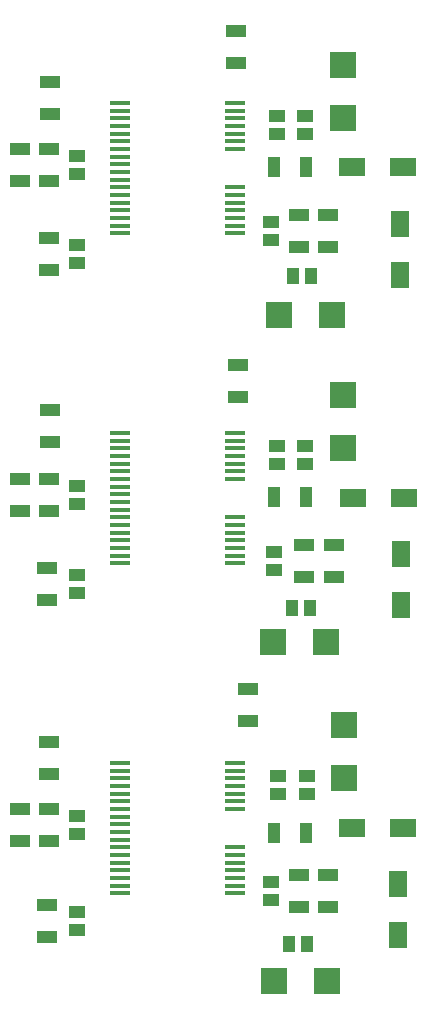
<source format=gtp>
G04*
G04 #@! TF.GenerationSoftware,Altium Limited,Altium Designer,20.2.3 (150)*
G04*
G04 Layer_Color=8421504*
%FSLAX25Y25*%
%MOIN*%
G70*
G04*
G04 #@! TF.SameCoordinates,9B11B327-6EB5-4971-87C7-186C775F7969*
G04*
G04*
G04 #@! TF.FilePolarity,Positive*
G04*
G01*
G75*
%ADD13R,0.05512X0.04331*%
%ADD14R,0.04331X0.05512*%
%ADD15R,0.09055X0.09055*%
%ADD16R,0.09055X0.09055*%
%ADD17R,0.06693X0.04331*%
%ADD18R,0.06102X0.09055*%
%ADD19R,0.09055X0.06102*%
%ADD20R,0.04331X0.06693*%
%ADD21R,0.06575X0.01772*%
D13*
X368000Y362453D02*
D03*
Y356547D02*
D03*
X369000Y252453D02*
D03*
Y246547D02*
D03*
X379500Y287953D02*
D03*
Y282047D02*
D03*
X368000Y142453D02*
D03*
Y136547D02*
D03*
X303500Y126547D02*
D03*
Y132453D02*
D03*
X380000Y177953D02*
D03*
Y172047D02*
D03*
X370500Y177953D02*
D03*
Y172047D02*
D03*
X303500Y158547D02*
D03*
Y164453D02*
D03*
Y239047D02*
D03*
Y244953D02*
D03*
Y349047D02*
D03*
Y354953D02*
D03*
X379500Y397953D02*
D03*
Y392047D02*
D03*
X370000Y287953D02*
D03*
Y282047D02*
D03*
Y397953D02*
D03*
Y392047D02*
D03*
X303500Y268547D02*
D03*
Y274453D02*
D03*
Y378547D02*
D03*
Y384453D02*
D03*
D14*
X374047Y122000D02*
D03*
X379953D02*
D03*
X375047Y234000D02*
D03*
X380953D02*
D03*
X375547Y344500D02*
D03*
X381453D02*
D03*
D15*
X370642Y331500D02*
D03*
X388358D02*
D03*
X386358Y222500D02*
D03*
X368642D02*
D03*
X386858Y109500D02*
D03*
X369142D02*
D03*
D16*
X392000Y414858D02*
D03*
Y397142D02*
D03*
Y304858D02*
D03*
Y287142D02*
D03*
X392500Y177142D02*
D03*
Y194858D02*
D03*
D17*
X360500Y206815D02*
D03*
Y196185D02*
D03*
X387000Y134185D02*
D03*
Y144815D02*
D03*
X377500D02*
D03*
Y134185D02*
D03*
X293500Y124185D02*
D03*
Y134815D02*
D03*
X284500Y156185D02*
D03*
Y166815D02*
D03*
X294000Y156185D02*
D03*
Y166815D02*
D03*
Y189315D02*
D03*
Y178685D02*
D03*
X294500Y299815D02*
D03*
Y289185D02*
D03*
X284500Y266185D02*
D03*
Y276815D02*
D03*
X294000Y266185D02*
D03*
Y276815D02*
D03*
X356500Y426315D02*
D03*
Y415685D02*
D03*
X387000Y354185D02*
D03*
Y364815D02*
D03*
X294000Y357315D02*
D03*
Y346685D02*
D03*
X294500Y398685D02*
D03*
Y409315D02*
D03*
X284500Y386815D02*
D03*
Y376185D02*
D03*
X294000Y386815D02*
D03*
Y376185D02*
D03*
X377500Y354185D02*
D03*
Y364815D02*
D03*
X357000Y304185D02*
D03*
Y314815D02*
D03*
X379000Y244185D02*
D03*
Y254815D02*
D03*
X389000D02*
D03*
Y244185D02*
D03*
X293500Y247315D02*
D03*
Y236685D02*
D03*
D18*
X410500Y125035D02*
D03*
Y141965D02*
D03*
X411500Y235035D02*
D03*
Y251965D02*
D03*
X411000Y345035D02*
D03*
Y361965D02*
D03*
D19*
X395035Y160500D02*
D03*
X411965D02*
D03*
X395535Y270500D02*
D03*
X412465D02*
D03*
X411965Y381000D02*
D03*
X395035D02*
D03*
D20*
X369185Y159000D02*
D03*
X379815D02*
D03*
X369185Y271000D02*
D03*
X379815D02*
D03*
Y381000D02*
D03*
X369185D02*
D03*
D21*
X317846Y402252D02*
D03*
Y399693D02*
D03*
Y397134D02*
D03*
Y394575D02*
D03*
Y392016D02*
D03*
Y389457D02*
D03*
Y386898D02*
D03*
Y384339D02*
D03*
Y381780D02*
D03*
Y379221D02*
D03*
Y376661D02*
D03*
Y374102D02*
D03*
Y371543D02*
D03*
Y368984D02*
D03*
Y366425D02*
D03*
Y363866D02*
D03*
Y361307D02*
D03*
Y358748D02*
D03*
X356153D02*
D03*
Y361307D02*
D03*
Y363866D02*
D03*
Y366425D02*
D03*
Y368984D02*
D03*
Y371543D02*
D03*
Y374102D02*
D03*
Y386898D02*
D03*
Y389457D02*
D03*
Y392016D02*
D03*
Y394575D02*
D03*
Y397134D02*
D03*
Y399693D02*
D03*
Y402252D02*
D03*
Y138748D02*
D03*
Y143866D02*
D03*
Y151543D02*
D03*
Y146425D02*
D03*
Y174575D02*
D03*
Y182252D02*
D03*
Y179693D02*
D03*
Y177134D02*
D03*
Y172016D02*
D03*
Y169457D02*
D03*
Y166898D02*
D03*
Y154102D02*
D03*
Y148984D02*
D03*
Y141307D02*
D03*
X317846Y138748D02*
D03*
Y141307D02*
D03*
Y143866D02*
D03*
Y146425D02*
D03*
Y148984D02*
D03*
Y151543D02*
D03*
Y154102D02*
D03*
Y156661D02*
D03*
Y159221D02*
D03*
Y161779D02*
D03*
Y164339D02*
D03*
Y166898D02*
D03*
Y169457D02*
D03*
Y172016D02*
D03*
Y174575D02*
D03*
Y177134D02*
D03*
Y179693D02*
D03*
Y182252D02*
D03*
X356153Y248748D02*
D03*
Y253866D02*
D03*
Y261543D02*
D03*
Y256425D02*
D03*
Y284575D02*
D03*
Y292252D02*
D03*
Y289693D02*
D03*
Y287134D02*
D03*
Y282016D02*
D03*
Y279457D02*
D03*
Y276898D02*
D03*
Y264102D02*
D03*
Y258984D02*
D03*
Y251307D02*
D03*
X317846Y248748D02*
D03*
Y251307D02*
D03*
Y253866D02*
D03*
Y256425D02*
D03*
Y258984D02*
D03*
Y261543D02*
D03*
Y264102D02*
D03*
Y266661D02*
D03*
Y269220D02*
D03*
Y271779D02*
D03*
Y274339D02*
D03*
Y276898D02*
D03*
Y279457D02*
D03*
Y282016D02*
D03*
Y284575D02*
D03*
Y287134D02*
D03*
Y289693D02*
D03*
Y292252D02*
D03*
M02*

</source>
